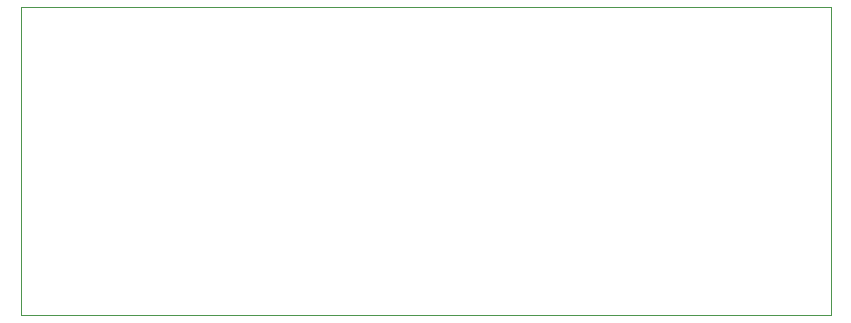
<source format=gbr>
G04 #@! TF.GenerationSoftware,KiCad,Pcbnew,5.1.5+dfsg1-2build2*
G04 #@! TF.CreationDate,2022-07-20T01:20:36+02:00*
G04 #@! TF.ProjectId,CapacitiveSensor,43617061-6369-4746-9976-6553656e736f,rev?*
G04 #@! TF.SameCoordinates,Original*
G04 #@! TF.FileFunction,Profile,NP*
%FSLAX46Y46*%
G04 Gerber Fmt 4.6, Leading zero omitted, Abs format (unit mm)*
G04 Created by KiCad (PCBNEW 5.1.5+dfsg1-2build2) date 2022-07-20 01:20:36*
%MOMM*%
%LPD*%
G04 APERTURE LIST*
%ADD10C,0.050000*%
G04 APERTURE END LIST*
D10*
X19685000Y-74295000D02*
X19685000Y-48260000D01*
X88265000Y-74295000D02*
X19685000Y-74295000D01*
X88265000Y-48260000D02*
X88265000Y-74295000D01*
X19685000Y-48260000D02*
X88265000Y-48260000D01*
M02*

</source>
